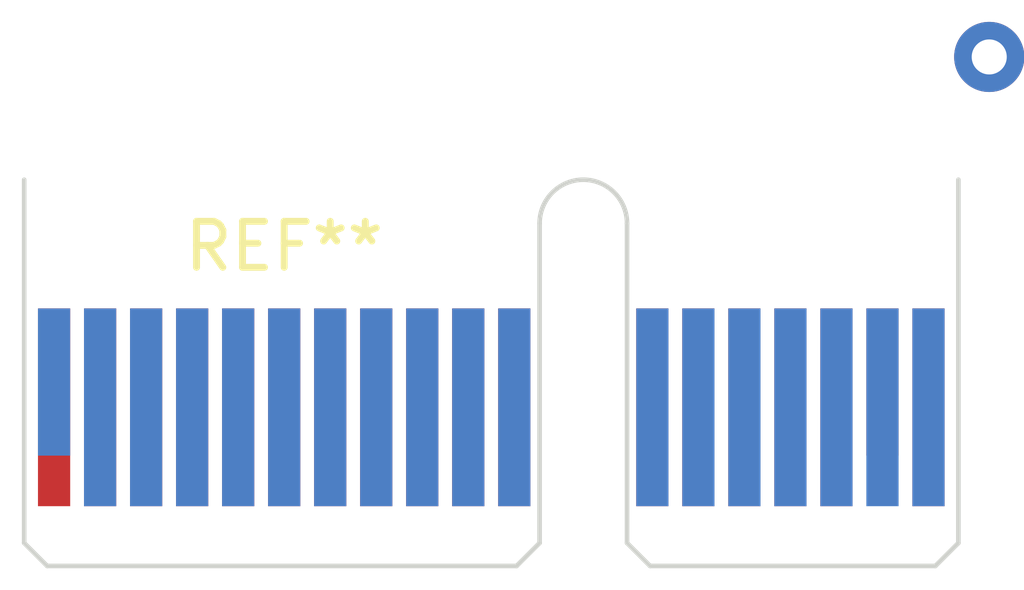
<source format=kicad_pcb>
(kicad_pcb (version 20211014) (generator pcbnew)
  (layers (0 "F.Cu" signal) (31 "B.Cu" signal) (34 "B.Paste" user) (35 "F.Paste" user) (36 "B.SilkS" user "B.Silkscreen") (37 "F.SilkS" user "F.Silkscreen") (38 "B.Mask" user) (39 "F.Mask" user) (44 "Edge.Cuts" user))
  (net 0 "")
  (footprint "Downloads:BUS_PCIexpress_x1" (layer "F.Cu") (at 90.08 42.54)
    (fp_text reference "REF**" (at 5 -3.5) (layer "F.SilkS"))
    (fp_text value "BUS_PCIexpress_x1")
    (fp_line (start 12.95 3.45) (end 19.15 3.45) (layer "Edge.Cuts") (width 0.1))
    (fp_line (start 12.45 2.95) (end 12.95 3.45) (layer "Edge.Cuts") (width 0.1))
    (fp_line (start 19.65 2.95) (end 19.15 3.45) (layer "Edge.Cuts") (width 0.1))
    (fp_line (start 19.65 -4.95) (end 19.65 2.95) (layer "Edge.Cuts") (width 0.1))
    (fp_line (start -0.15 3.45) (end 10.05 3.45) (layer "Edge.Cuts") (width 0.1))
    (fp_line (start 10.55 -4) (end 10.55 2.95) (layer "Edge.Cuts") (width 0.1))
    (fp_line (start -0.65 -4.95) (end -0.65 2.95) (layer "Edge.Cuts") (width 0.1))
    (fp_line (start -0.65 2.95) (end -0.15 3.45) (layer "Edge.Cuts") (width 0.1))
    (fp_line (start 12.45 -4) (end 12.45 2.95) (layer "Edge.Cuts") (width 0.1))
    (fp_line (start 10.55 2.95) (end 10.05 3.45) (layer "Edge.Cuts") (width 0.1))
    (fp_arc (start 10.55 -4) (mid 11.5 -4.95) (end 12.45 -4) (layer "Edge.Cuts") (width 0.1))
    (pad "1" thru_hole circle (at 20.32 -7.62) (size 1.524 1.524) (drill 0.762) (layers *.Cu *.Mask))
    (pad "A1" connect rect (at 0 -0.55) (size 0.7 3.2) (layers "B.Cu" "B.Mask"))
    (pad "A2" connect rect (at 1 0) (size 0.7 4.3) (layers "B.Cu" "B.Mask"))
    (pad "A3" connect rect (at 2 0) (size 0.7 4.3) (layers "B.Cu" "B.Mask"))
    (pad "A4" connect rect (at 3 0) (size 0.7 4.3) (layers "B.Cu" "B.Mask"))
    (pad "A5" connect rect (at 4 0) (size 0.7 4.3) (layers "B.Cu" "B.Mask"))
    (pad "A6" connect rect (at 5 0) (size 0.7 4.3) (layers "B.Cu" "B.Mask"))
    (pad "A7" connect rect (at 6 0) (size 0.7 4.3) (layers "B.Cu" "B.Mask"))
    (pad "A8" connect rect (at 7 0) (size 0.7 4.3) (layers "B.Cu" "B.Mask"))
    (pad "A9" connect rect (at 8 0) (size 0.7 4.3) (layers "B.Cu" "B.Mask"))
    (pad "A10" connect rect (at 9 0) (size 0.7 4.3) (layers "B.Cu" "B.Mask"))
    (pad "A11" connect rect (at 10 0) (size 0.7 4.3) (layers "B.Cu" "B.Mask"))
    (pad "A12" connect rect (at 13 0) (size 0.7 4.3) (layers "B.Cu" "B.Mask"))
    (pad "A13" connect rect (at 14 0) (size 0.7 4.3) (layers "B.Cu" "B.Mask"))
    (pad "A14" connect rect (at 15 0) (size 0.7 4.3) (layers "B.Cu" "B.Mask"))
    (pad "A15" connect rect (at 16 0) (size 0.7 4.3) (layers "B.Cu" "B.Mask"))
    (pad "A16" connect rect (at 17 0) (size 0.7 4.3) (layers "B.Cu" "B.Mask"))
    (pad "A17" connect rect (at 18 0) (size 0.7 4.3) (layers "B.Cu" "B.Mask"))
    (pad "A18" connect rect (at 19 0) (size 0.7 4.3) (layers "B.Cu" "B.Mask"))
    (pad "B1" connect rect (at 0 0) (size 0.7 4.3) (layers "F.Cu" "F.Mask"))
    (pad "B2" connect rect (at 1 0) (size 0.7 4.3) (layers "F.Cu" "F.Mask"))
    (pad "B3" connect rect (at 2 0) (size 0.7 4.3) (layers "F.Cu" "F.Mask"))
    (pad "B4" connect rect (at 3 0) (size 0.7 4.3) (layers "F.Cu" "F.Mask"))
    (pad "B5" connect rect (at 4 0) (size 0.7 4.3) (layers "F.Cu" "F.Mask"))
    (pad "B6" connect rect (at 5 0) (size 0.7 4.3) (layers "F.Cu" "F.Mask"))
    (pad "B7" connect rect (at 6 0) (size 0.7 4.3) (layers "F.Cu" "F.Mask"))
    (pad "B8" connect rect (at 7 0) (size 0.7 4.3) (layers "F.Cu" "F.Mask"))
    (pad "B9" connect rect (at 8 0) (size 0.7 4.3) (layers "F.Cu" "F.Mask"))
    (pad "B10" connect rect (at 9 0) (size 0.7 4.3) (layers "F.Cu" "F.Mask"))
    (pad "B11" connect rect (at 10 0) (size 0.7 4.3) (layers "F.Cu" "F.Mask"))
    (pad "B12" connect rect (at 13 0) (size 0.7 4.3) (layers "F.Cu" "F.Mask"))
    (pad "B13" connect rect (at 14 0) (size 0.7 4.3) (layers "F.Cu" "F.Mask"))
    (pad "B14" connect rect (at 15 0) (size 0.7 4.3) (layers "F.Cu" "F.Mask"))
    (pad "B15" connect rect (at 16 0) (size 0.7 4.3) (layers "F.Cu" "F.Mask"))
    (pad "B16" connect rect (at 17 0) (size 0.7 4.3) (layers "F.Cu" "F.Mask"))
    (pad "B17" connect rect (at 18 -0.55) (size 0.7 3.2) (layers "F.Cu" "F.Mask"))
    (pad "B18" connect rect (at 19 0) (size 0.7 4.3) (layers "F.Cu" "F.Mask"))
  )
)
</source>
